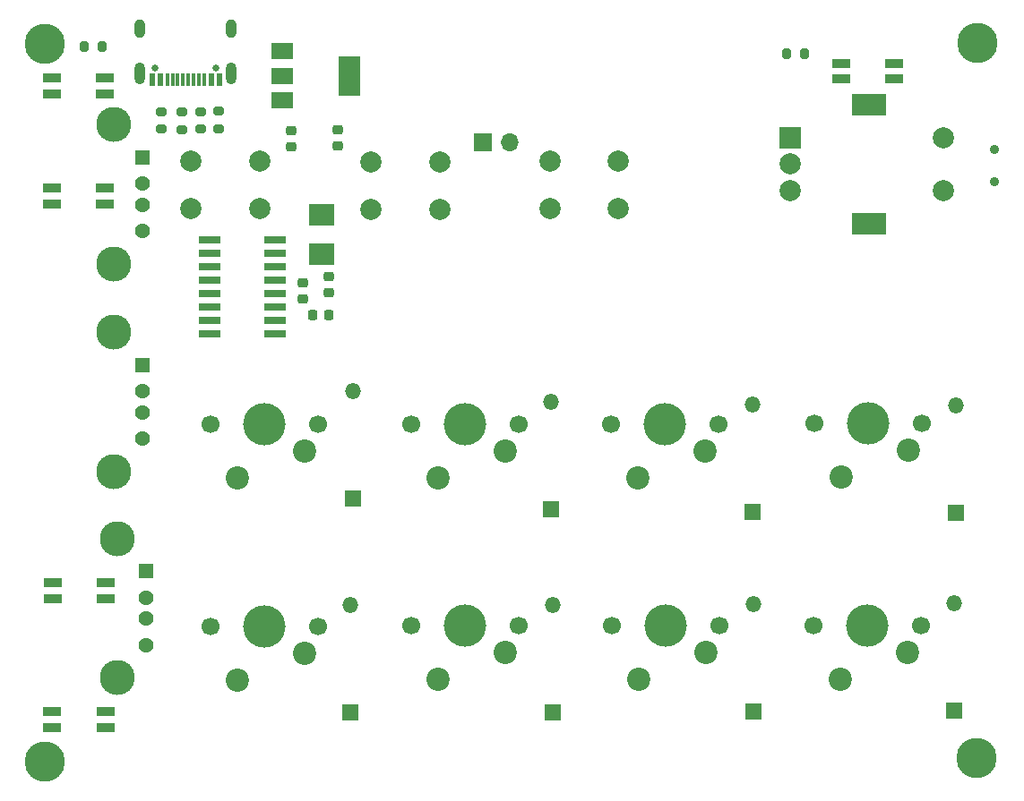
<source format=gbr>
%TF.GenerationSoftware,KiCad,Pcbnew,(6.0.10)*%
%TF.CreationDate,2023-03-05T14:49:45+05:30*%
%TF.ProjectId,keyboardv3,6b657962-6f61-4726-9476-332e6b696361,rev?*%
%TF.SameCoordinates,Original*%
%TF.FileFunction,Soldermask,Top*%
%TF.FilePolarity,Negative*%
%FSLAX46Y46*%
G04 Gerber Fmt 4.6, Leading zero omitted, Abs format (unit mm)*
G04 Created by KiCad (PCBNEW (6.0.10)) date 2023-03-05 14:49:45*
%MOMM*%
%LPD*%
G01*
G04 APERTURE LIST*
G04 Aperture macros list*
%AMRoundRect*
0 Rectangle with rounded corners*
0 $1 Rounding radius*
0 $2 $3 $4 $5 $6 $7 $8 $9 X,Y pos of 4 corners*
0 Add a 4 corners polygon primitive as box body*
4,1,4,$2,$3,$4,$5,$6,$7,$8,$9,$2,$3,0*
0 Add four circle primitives for the rounded corners*
1,1,$1+$1,$2,$3*
1,1,$1+$1,$4,$5*
1,1,$1+$1,$6,$7*
1,1,$1+$1,$8,$9*
0 Add four rect primitives between the rounded corners*
20,1,$1+$1,$2,$3,$4,$5,0*
20,1,$1+$1,$4,$5,$6,$7,0*
20,1,$1+$1,$6,$7,$8,$9,0*
20,1,$1+$1,$8,$9,$2,$3,0*%
G04 Aperture macros list end*
%ADD10R,1.428000X1.428000*%
%ADD11C,1.428000*%
%ADD12C,3.316000*%
%ADD13R,1.500000X1.500000*%
%ADD14O,1.500000X1.500000*%
%ADD15R,2.000000X2.000000*%
%ADD16C,2.000000*%
%ADD17R,3.200000X2.000000*%
%ADD18RoundRect,0.200000X0.275000X-0.200000X0.275000X0.200000X-0.275000X0.200000X-0.275000X-0.200000X0*%
%ADD19RoundRect,0.200000X-0.200000X-0.275000X0.200000X-0.275000X0.200000X0.275000X-0.200000X0.275000X0*%
%ADD20C,4.000000*%
%ADD21C,1.700000*%
%ADD22C,2.200000*%
%ADD23RoundRect,0.200000X0.200000X0.275000X-0.200000X0.275000X-0.200000X-0.275000X0.200000X-0.275000X0*%
%ADD24R,1.800000X0.820000*%
%ADD25R,2.000000X1.500000*%
%ADD26R,2.000000X3.800000*%
%ADD27C,3.800000*%
%ADD28C,2.600000*%
%ADD29RoundRect,0.225000X-0.250000X0.225000X-0.250000X-0.225000X0.250000X-0.225000X0.250000X0.225000X0*%
%ADD30R,1.700000X1.700000*%
%ADD31O,1.700000X1.700000*%
%ADD32R,2.032000X0.660400*%
%ADD33RoundRect,0.225000X-0.225000X-0.250000X0.225000X-0.250000X0.225000X0.250000X-0.225000X0.250000X0*%
%ADD34R,2.400000X2.000000*%
%ADD35C,0.650000*%
%ADD36R,0.600000X1.240000*%
%ADD37R,0.300000X1.240000*%
%ADD38O,1.000000X2.100000*%
%ADD39O,1.000000X1.800000*%
%ADD40C,0.900000*%
G04 APERTURE END LIST*
D10*
%TO.C,J5*%
X42277859Y-79448405D03*
D11*
X42277859Y-81948405D03*
X42277859Y-83948405D03*
X42277859Y-86448405D03*
D12*
X39567859Y-76378405D03*
X39567859Y-89518405D03*
%TD*%
D13*
%TO.C,D11*%
X118860000Y-73900000D03*
D14*
X118860000Y-63740000D03*
%TD*%
D15*
%TO.C,SW1*%
X103130000Y-38450000D03*
D16*
X103130000Y-43450000D03*
X103130000Y-40950000D03*
D17*
X110630000Y-35350000D03*
X110630000Y-46550000D03*
D16*
X117630000Y-43450000D03*
X117630000Y-38450000D03*
%TD*%
D18*
%TO.C,R3*%
X43750000Y-37645000D03*
X43750000Y-35995000D03*
%TD*%
D19*
%TO.C,R7*%
X102825000Y-30470000D03*
X104475000Y-30470000D03*
%TD*%
D13*
%TO.C,D6*%
X80710000Y-92850000D03*
D14*
X80710000Y-82690000D03*
%TD*%
D20*
%TO.C,K5*%
X91300000Y-65520000D03*
D21*
X96380000Y-65520000D03*
X86220000Y-65520000D03*
D22*
X88760000Y-70600000D03*
X95110000Y-68060000D03*
%TD*%
D21*
%TO.C,K8*%
X115530000Y-84600000D03*
D20*
X110450000Y-84600000D03*
D21*
X105370000Y-84600000D03*
D22*
X107910000Y-89680000D03*
X114260000Y-87140000D03*
%TD*%
D21*
%TO.C,K6*%
X86310000Y-84570000D03*
D20*
X91390000Y-84570000D03*
D21*
X96470000Y-84570000D03*
D22*
X88850000Y-89650000D03*
X95200000Y-87110000D03*
%TD*%
D13*
%TO.C,D5*%
X80560000Y-73600000D03*
D14*
X80560000Y-63440000D03*
%TD*%
D23*
%TO.C,R6*%
X38125000Y-29800000D03*
X36475000Y-29800000D03*
%TD*%
D21*
%TO.C,K3*%
X67320000Y-65580000D03*
D20*
X72400000Y-65580000D03*
D21*
X77480000Y-65580000D03*
D22*
X69860000Y-70660000D03*
X76210000Y-68120000D03*
%TD*%
D13*
%TO.C,D2*%
X61810000Y-72560000D03*
D14*
X61810000Y-62400000D03*
%TD*%
D16*
%TO.C,SW3*%
X63517075Y-40712925D03*
X70017075Y-40712925D03*
X70017075Y-45212925D03*
X63517075Y-45212925D03*
%TD*%
D18*
%TO.C,R5*%
X45710000Y-37665000D03*
X45710000Y-36015000D03*
%TD*%
D10*
%TO.C,J3*%
X41929235Y-40292569D03*
D11*
X41929235Y-42792569D03*
X41929235Y-44792569D03*
X41929235Y-47292569D03*
D12*
X39219235Y-37222569D03*
X39219235Y-50362569D03*
%TD*%
D24*
%TO.C,D21*%
X107985000Y-31390000D03*
X107985000Y-32890000D03*
X112985000Y-32890000D03*
X112985000Y-31390000D03*
%TD*%
%TO.C,D20*%
X33435000Y-92750000D03*
X33435000Y-94250000D03*
X38435000Y-94250000D03*
X38435000Y-92750000D03*
%TD*%
%TO.C,D18*%
X33370000Y-43220000D03*
X33370000Y-44720000D03*
X38370000Y-44720000D03*
X38370000Y-43220000D03*
%TD*%
D13*
%TO.C,D12*%
X118660000Y-92680000D03*
D14*
X118660000Y-82520000D03*
%TD*%
D25*
%TO.C,U1*%
X55190000Y-30280000D03*
D26*
X61490000Y-32580000D03*
D25*
X55190000Y-32580000D03*
X55190000Y-34880000D03*
%TD*%
D16*
%TO.C,SW2*%
X53057075Y-40672925D03*
X46557075Y-40672925D03*
X53057075Y-45172925D03*
X46557075Y-45172925D03*
%TD*%
D27*
%TO.C,H2*%
X32690000Y-97490000D03*
D28*
X32690000Y-97490000D03*
%TD*%
D29*
%TO.C,C13*%
X59520000Y-51595000D03*
X59520000Y-53145000D03*
%TD*%
D30*
%TO.C,J2*%
X74160000Y-38905000D03*
D31*
X76700000Y-38905000D03*
%TD*%
D32*
%TO.C,U3*%
X48296600Y-48135000D03*
X48296600Y-49405000D03*
X48296600Y-50675000D03*
X48296600Y-51945000D03*
X48296600Y-53215000D03*
X48296600Y-54485000D03*
X48296600Y-55755000D03*
X48296600Y-57025000D03*
X54443400Y-57025000D03*
X54443400Y-55755000D03*
X54443400Y-54485000D03*
X54443400Y-53215000D03*
X54443400Y-51945000D03*
X54443400Y-50675000D03*
X54443400Y-49405000D03*
X54443400Y-48135000D03*
%TD*%
D18*
%TO.C,R4*%
X47410000Y-37645000D03*
X47410000Y-35995000D03*
%TD*%
D13*
%TO.C,D8*%
X99580000Y-73880000D03*
D14*
X99580000Y-63720000D03*
%TD*%
D33*
%TO.C,C14*%
X58025000Y-55240000D03*
X59575000Y-55240000D03*
%TD*%
D29*
%TO.C,C12*%
X57100000Y-52135000D03*
X57100000Y-53685000D03*
%TD*%
D34*
%TO.C,Y2*%
X58890000Y-45730000D03*
X58890000Y-49430000D03*
%TD*%
D29*
%TO.C,C1*%
X55970000Y-37745000D03*
X55970000Y-39295000D03*
%TD*%
D28*
%TO.C,H1*%
X32700000Y-29530000D03*
D27*
X32700000Y-29530000D03*
%TD*%
D28*
%TO.C,H4*%
X120850000Y-29480000D03*
D27*
X120850000Y-29480000D03*
%TD*%
D35*
%TO.C,J1*%
X43150000Y-31825000D03*
X48930000Y-31825000D03*
D36*
X49240000Y-32945000D03*
X48440000Y-32945000D03*
D37*
X47290000Y-32945000D03*
X46290000Y-32945000D03*
X45790000Y-32945000D03*
X44790000Y-32945000D03*
D36*
X43640000Y-32945000D03*
X42840000Y-32945000D03*
X42840000Y-32945000D03*
X43640000Y-32945000D03*
D37*
X44290000Y-32945000D03*
X45290000Y-32945000D03*
X46790000Y-32945000D03*
X47790000Y-32945000D03*
D36*
X48440000Y-32945000D03*
X49240000Y-32945000D03*
D38*
X41720000Y-32345000D03*
X50360000Y-32345000D03*
D39*
X50360000Y-28145000D03*
X41720000Y-28145000D03*
%TD*%
D18*
%TO.C,R2*%
X49170000Y-37605000D03*
X49170000Y-35955000D03*
%TD*%
D29*
%TO.C,C2*%
X60440000Y-37705000D03*
X60440000Y-39255000D03*
%TD*%
D13*
%TO.C,D3*%
X61630000Y-92850000D03*
D14*
X61630000Y-82690000D03*
%TD*%
D13*
%TO.C,D9*%
X99660000Y-92700000D03*
D14*
X99660000Y-82540000D03*
%TD*%
D21*
%TO.C,K1*%
X48410000Y-65560000D03*
D20*
X53490000Y-65560000D03*
D21*
X58570000Y-65560000D03*
D22*
X50950000Y-70640000D03*
X57300000Y-68100000D03*
%TD*%
D24*
%TO.C,D19*%
X33515000Y-80530000D03*
X33515000Y-82030000D03*
X38515000Y-82030000D03*
X38515000Y-80530000D03*
%TD*%
D21*
%TO.C,K2*%
X48410000Y-84660000D03*
D20*
X53490000Y-84660000D03*
D21*
X58570000Y-84660000D03*
D22*
X50950000Y-89740000D03*
X57300000Y-87200000D03*
%TD*%
D16*
%TO.C,SW4*%
X86937075Y-40642925D03*
X80437075Y-40642925D03*
X86937075Y-45142925D03*
X80437075Y-45142925D03*
%TD*%
D20*
%TO.C,K4*%
X72450000Y-84590000D03*
D21*
X67370000Y-84590000D03*
X77530000Y-84590000D03*
D22*
X69910000Y-89670000D03*
X76260000Y-87130000D03*
%TD*%
D21*
%TO.C,K7*%
X105420000Y-65500000D03*
X115580000Y-65500000D03*
D20*
X110500000Y-65500000D03*
D22*
X107960000Y-70580000D03*
X114310000Y-68040000D03*
%TD*%
D10*
%TO.C,J4*%
X41970000Y-59940000D03*
D11*
X41970000Y-62440000D03*
X41970000Y-64440000D03*
X41970000Y-66940000D03*
D12*
X39260000Y-56870000D03*
X39260000Y-70010000D03*
%TD*%
D24*
%TO.C,D16*%
X33420000Y-32820000D03*
X33420000Y-34320000D03*
X38420000Y-34320000D03*
X38420000Y-32820000D03*
%TD*%
D28*
%TO.C,H3*%
X120740000Y-97140000D03*
D27*
X120740000Y-97140000D03*
%TD*%
D40*
%TO.C,S1*%
X122500000Y-39590000D03*
X122500000Y-42590000D03*
%TD*%
M02*

</source>
